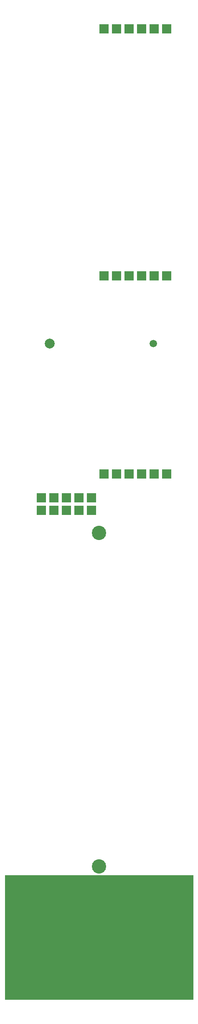
<source format=gbr>
G04 #@! TF.GenerationSoftware,KiCad,Pcbnew,(5.1.0-rc1-3-g6bb8fde48)*
G04 #@! TF.CreationDate,2019-05-06T08:53:10+02:00
G04 #@! TF.ProjectId,SPACEDOS02A_PCB01A,53504143-4544-44f5-9330-32415f504342,REV*
G04 #@! TF.SameCoordinates,Original*
G04 #@! TF.FileFunction,Soldermask,Top*
G04 #@! TF.FilePolarity,Negative*
%FSLAX46Y46*%
G04 Gerber Fmt 4.6, Leading zero omitted, Abs format (unit mm)*
G04 Created by KiCad (PCBNEW (5.1.0-rc1-3-g6bb8fde48)) date 2019-05-06 08:53:10*
%MOMM*%
%LPD*%
G04 APERTURE LIST*
%ADD10C,0.100000*%
%ADD11C,2.900000*%
%ADD12R,1.924000X1.924000*%
%ADD13C,1.924000*%
%ADD14C,2.000000*%
%ADD15C,1.500000*%
G04 APERTURE END LIST*
D10*
G36*
X38100000Y0D02*
G01*
X0Y0D01*
X0Y25146000D01*
X38100000Y25146000D01*
X38100000Y0D01*
G37*
X38100000Y0D02*
X0Y0D01*
X0Y25146000D01*
X38100000Y25146000D01*
X38100000Y0D01*
D11*
X19050000Y26956000D03*
X19050000Y94456000D03*
D12*
X17526000Y99060000D03*
X17526000Y101600000D03*
X9906000Y99060000D03*
X12446000Y101600000D03*
X9906000Y101600000D03*
X12446000Y99060000D03*
X7366000Y101600000D03*
X7366000Y99060000D03*
D13*
X8596000Y9692000D03*
X8596000Y14692000D03*
D14*
X9042000Y132873000D03*
D15*
X30042000Y132873000D03*
D12*
X27686000Y106426000D03*
X25146000Y106426000D03*
X30226000Y106426000D03*
X20066000Y106426000D03*
X22606000Y106426000D03*
X32766000Y106426000D03*
X14986000Y99060000D03*
X14986000Y101600000D03*
X27686000Y146558000D03*
X25146000Y146558000D03*
X30226000Y146558000D03*
X20066000Y146558000D03*
X22606000Y146558000D03*
X32766000Y146558000D03*
X27686000Y196596000D03*
X25146000Y196596000D03*
X30226000Y196596000D03*
X20066000Y196596000D03*
X22606000Y196596000D03*
X32766000Y196596000D03*
M02*

</source>
